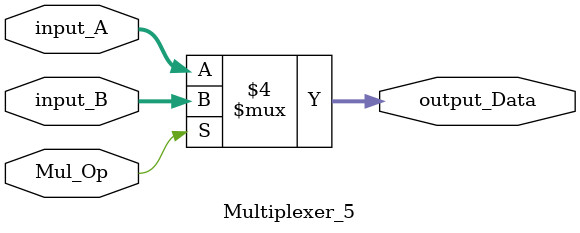
<source format=v>
`timescale 1ns / 1ps


module Multiplexer_5(input_A,input_B,output_Data,Mul_Op);
    parameter SIZE = 5;
    
    input [SIZE-1:0]input_A;
    input [SIZE-1:0]input_B;
    input Mul_Op;
    output [SIZE-1:0] output_Data;
    reg [SIZE-1:0]output_Data;
    always@(*)
        begin
        if(!Mul_Op)
            output_Data=input_A;
        else
            output_Data=input_B;
    end 
endmodule

</source>
